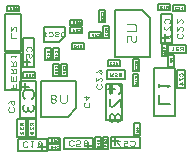
<source format=gbr>
%FSLAX35Y35*%
%MOIN*%
G04 EasyPC Gerber Version 18.0.9 Build 3640 *
%ADD17C,0.00100*%
%ADD126C,0.00118*%
%ADD26C,0.00200*%
%ADD96C,0.00300*%
%ADD125C,0.00315*%
%ADD124C,0.00354*%
%ADD10C,0.00500*%
X0Y0D02*
D02*
D10*
X1175Y49556D02*
Y47656D01*
X5175*
Y49556*
X1175*
X4637Y5650D02*
X7437D01*
Y11650*
X4637*
Y5650*
X5387Y12100D02*
X10687D01*
Y24400*
X5387*
Y12100*
X5887Y22600D02*
X8387D01*
X5907Y33896D02*
X607D01*
Y21596*
X5907*
Y33896*
X5917Y46856D02*
X617D01*
Y34556*
X5917*
Y46856*
X6437Y29139D02*
X10237D01*
Y38739*
X6437*
Y29139*
Y30639D02*
X8937D01*
X6637Y27350D02*
Y25450D01*
X10637*
Y27350*
X6637*
X7137Y21350D02*
Y23850D01*
X7687Y29389D02*
Y31889D01*
X8037Y5650D02*
X10837D01*
Y11650*
X8037*
Y5650*
X9574Y18475D02*
X9887Y18787D01*
X10199Y19413*
Y20350*
X9887Y20975*
X9574Y21287*
X8949Y21600*
X7699*
X7074Y21287*
X6761Y20975*
X6449Y20350*
Y19413*
X6761Y18787*
X7074Y18475*
X9887Y16287D02*
X10199Y15663D01*
Y15037*
X9887Y14413*
X9261Y14100*
X8637Y14413*
X8324Y15037*
Y15663*
Y15037D02*
X8011Y14413D01*
X7387Y14100*
X6761Y14413*
X6449Y15037*
Y15663*
X6761Y16287*
X12887Y1250D02*
Y3750D01*
X14137Y2500D02*
X11637D01*
X14387Y1250D02*
Y5050D01*
X4787*
Y1250*
X14387*
X14886Y5587D02*
Y3687D01*
X18886*
Y5587*
X14886*
X14945Y3350D02*
Y1450D01*
X18945*
Y3350*
X14945*
X15737Y35350D02*
X13837D01*
Y31350*
X15737*
Y35350*
X16537Y26160D02*
X18437D01*
Y30160*
X16537*
Y26160*
X18537Y35350D02*
X16637D01*
Y31350*
X18537*
Y35350*
X19237Y26150D02*
X21137D01*
Y30150*
X19237*
Y26150*
X20337Y42450D02*
X13644D01*
Y37332*
X18368*
X20337Y39300*
Y42450*
X22120Y42333D02*
Y40433D01*
X26120*
Y42333*
X22120*
X22169Y44882D02*
Y42982D01*
X26169*
Y44882*
X22169*
X24238Y24380D02*
X12427D01*
Y12569*
X21384*
X24238Y15423*
Y24380*
X26837Y35050D02*
Y36950D01*
X22837*
Y35050*
X26837*
X28287Y1650D02*
Y4150D01*
X28437Y40650D02*
Y38750D01*
X32437*
Y40650*
X28437*
X29537Y2900D02*
X27037D01*
X29787Y1650D02*
Y5450D01*
X20187*
Y1650*
X29787*
X31937Y43950D02*
X33837D01*
Y47950*
X31937*
Y43950*
X32437Y5709D02*
X30537D01*
Y1709*
X32437*
Y5709*
X33037Y1770D02*
X34937D01*
Y5770*
X33037*
Y1770*
X33237Y38750D02*
X35137D01*
Y42750*
X33237*
Y38750*
X34287Y11300D02*
X39587D01*
Y23600*
X34287*
Y11300*
X34787Y21800D02*
X37287D01*
X35787Y5750D02*
Y1950D01*
X45387*
Y5750*
X35787*
X36037Y4500D02*
X38537D01*
X36037Y20550D02*
Y23050D01*
X37137Y48150D02*
Y32402D01*
X48948*
Y45394*
X46192Y48150*
X37137*
X37287Y5750D02*
Y3250D01*
X38737Y29450D02*
Y31350D01*
X34737*
Y29450*
X38737*
X38474Y20175D02*
X38787Y20487D01*
X39099Y21113*
Y22050*
X38787Y22675*
X38474Y22987*
X37849Y23300*
X36599*
X35974Y22987*
X35661Y22675*
X35349Y22050*
Y21113*
X35661Y20487*
X35974Y20175*
X39099Y15800D02*
Y18300D01*
X36911Y16113*
X36287Y15800*
X35661Y16113*
X35349Y16737*
Y17675*
X35661Y18300*
X37224Y12363D02*
Y11737D01*
X36911Y11113*
X36287Y10800*
X35661Y11113*
X35349Y11737*
Y12363*
X35661Y12987*
X36287Y13300*
X36911Y12987*
X37224Y12363*
X37537Y12987*
X38161Y13300*
X38787Y12987*
X39099Y12363*
Y11737*
X38787Y11113*
X38161Y10800*
X37537Y11113*
X37224Y11737*
X40397Y25150D02*
Y27950D01*
X34397*
Y25150*
X40397*
X45000Y26904D02*
X43100D01*
Y22904*
X45000*
Y26904*
X45108Y31864D02*
X43208D01*
Y27864*
X45108*
Y31864*
X45537Y10350D02*
X43637D01*
Y6350*
X45537*
Y10350*
X55424Y16650D02*
X51674D01*
Y19775*
Y22275D02*
Y23525D01*
Y22900D02*
X55424D01*
X54799Y22275*
X51337Y49950D02*
Y48050D01*
X55337*
Y49950*
X51337*
X52512Y37200D02*
X56312D01*
Y46800*
X52512*
Y37200*
Y38700D02*
X55012D01*
X53762Y37450D02*
Y39950D01*
X54587Y36756D02*
X52687D01*
Y32756*
X54587*
Y36756*
X54837Y29250D02*
X56737D01*
Y33250*
X54837*
Y29250*
X54867Y36550D02*
Y33750D01*
X60867*
Y36550*
X54867*
X57237Y28650D02*
Y12650D01*
X50237*
Y28650*
X57237*
X57837Y22050D02*
X60637D01*
Y28050*
X57837*
Y22050*
X60537Y47850D02*
Y49750D01*
X56537*
Y47850*
X60537*
D02*
D17*
X3950Y48368D02*
X4013Y48306D01*
X4138Y48243*
X4325*
X4450Y48306*
X4513Y48368*
X4575Y48493*
Y48743*
X4513Y48868*
X4450Y48931*
X4325Y48993*
X4138*
X4013Y48931*
X3950Y48868*
X3575Y48306D02*
X3450Y48243D01*
X3263*
X3138Y48306*
X3075Y48431*
Y48493*
X3138Y48618*
X3263Y48681*
X3575*
Y48993*
X3075*
X2263Y48243D02*
Y48993D01*
X2575Y48493*
X2075*
X10037Y26037D02*
Y26787D01*
X9599*
X9474Y26725*
X9411Y26600*
X9474Y26475*
X9599Y26413*
X10037*
X9599D02*
X9411Y26037D01*
X8974Y26100D02*
X8849Y26037D01*
X8724*
X8599Y26100*
X8537Y26225*
X8599Y26350*
X8724Y26413*
X8849*
X8724D02*
X8599Y26475D01*
X8537Y26600*
X8599Y26725*
X8724Y26787*
X8849*
X8974Y26725*
X7974Y26100D02*
X7849Y26037D01*
X7724*
X7599Y26100*
X7537Y26225*
X7599Y26350*
X7724Y26413*
X7849*
X7724D02*
X7599Y26475D01*
X7537Y26600*
X7599Y26725*
X7724Y26787*
X7849*
X7974Y26725*
X14549Y32575D02*
X14487Y32513D01*
X14424Y32387*
Y32200*
X14487Y32075*
X14549Y32013*
X14674Y31950*
X14924*
X15049Y32013*
X15112Y32075*
X15174Y32200*
Y32387*
X15112Y32513*
X15049Y32575*
X14424Y33263D02*
X15174D01*
X14674Y32950*
Y33450*
X14487Y34013D02*
X14424Y34137D01*
Y34263*
X14487Y34387*
X14612Y34450*
X14737Y34387*
X14799Y34263*
Y34137*
Y34263D02*
X14862Y34387D01*
X14987Y34450*
X15112Y34387*
X15174Y34263*
Y34137*
X15112Y34013*
X17661Y4399D02*
X17723Y4337D01*
X17848Y4274*
X18036*
X18161Y4337*
X18223Y4399*
X18286Y4524*
Y4774*
X18223Y4899*
X18161Y4962*
X18036Y5024*
X17848*
X17723Y4962*
X17661Y4899*
X16973Y4274D02*
Y5024D01*
X17286Y4524*
X16786*
X16098Y4649D02*
X15973D01*
X15848Y4712*
X15786Y4837*
X15848Y4962*
X15973Y5024*
X16098*
X16223Y4962*
X16286Y4837*
X16223Y4712*
X16098Y4649*
X16223Y4587*
X16286Y4462*
X16223Y4337*
X16098Y4274*
X15973*
X15848Y4337*
X15786Y4462*
X15848Y4587*
X15973Y4649*
X17720Y2163D02*
X17782Y2100D01*
X17907Y2037*
X18095*
X18220Y2100*
X18282Y2163*
X18345Y2287*
Y2537*
X18282Y2663*
X18220Y2725*
X18095Y2787*
X17907*
X17782Y2725*
X17720Y2663*
X17032Y2037D02*
Y2787D01*
X17345Y2287*
X16845*
X16157Y2037D02*
X16032Y2100D01*
X15907Y2225*
X15845Y2413*
Y2600*
X15907Y2725*
X16032Y2787*
X16157*
X16282Y2725*
X16345Y2600*
X16282Y2475*
X16157Y2413*
X16032*
X15907Y2475*
X15845Y2600*
X17349Y32575D02*
X17287Y32513D01*
X17224Y32387*
Y32200*
X17287Y32075*
X17349Y32013*
X17474Y31950*
X17724*
X17849Y32013*
X17912Y32075*
X17974Y32200*
Y32387*
X17912Y32513*
X17849Y32575*
X17224Y33263D02*
X17974D01*
X17474Y32950*
Y33450*
X17224Y34450D02*
Y33950D01*
X17662Y34387*
X17787Y34450*
X17912Y34387*
X17974Y34263*
Y34075*
X17912Y33950*
X17724Y28935D02*
X17787Y28997D01*
X17849Y29122*
Y29310*
X17787Y29435*
X17724Y29497*
X17599Y29560*
X17349*
X17224Y29497*
X17161Y29435*
X17099Y29310*
Y29122*
X17161Y28997*
X17224Y28935*
X17787Y28497D02*
X17849Y28372D01*
Y28247*
X17787Y28122*
X17661Y28060*
X17537Y28122*
X17474Y28247*
Y28372*
Y28247D02*
X17411Y28122D01*
X17287Y28060*
X17161Y28122*
X17099Y28247*
Y28372*
X17161Y28497*
X17661Y27560D02*
X17537Y27497D01*
X17474Y27372*
Y27247*
X17537Y27122*
X17661Y27060*
X17787Y27122*
X17849Y27247*
Y27372*
X17787Y27497*
X17661Y27560*
X17474*
X17287Y27497*
X17161Y27372*
X17099Y27247*
X20424Y28925D02*
X20487Y28987D01*
X20549Y29113*
Y29300*
X20487Y29425*
X20424Y29487*
X20299Y29550*
X20049*
X19924Y29487*
X19861Y29425*
X19799Y29300*
Y29113*
X19861Y28987*
X19924Y28925*
X20487Y28487D02*
X20549Y28363D01*
Y28237*
X20487Y28113*
X20361Y28050*
X20237Y28113*
X20174Y28237*
Y28363*
Y28237D02*
X20111Y28113D01*
X19987Y28050*
X19861Y28113*
X19799Y28237*
Y28363*
X19861Y28487*
X20549Y27550D02*
X19799Y27050D01*
Y27550*
X24895Y41145D02*
X24957Y41083D01*
X25083Y41020*
X25270*
X25395Y41083*
X25457Y41145*
X25520Y41270*
Y41520*
X25457Y41645*
X25395Y41708*
X25270Y41770*
X25083*
X24957Y41708*
X24895Y41645*
X24520Y41083D02*
X24395Y41020D01*
X24207*
X24083Y41083*
X24020Y41208*
Y41270*
X24083Y41395*
X24207Y41458*
X24520*
Y41770*
X24020*
X23520Y41208D02*
X23457Y41333D01*
X23333Y41395*
X23207*
X23083Y41333*
X23020Y41208*
X23083Y41083*
X23207Y41020*
X23333*
X23457Y41083*
X23520Y41208*
Y41395*
X23457Y41583*
X23333Y41708*
X23207Y41770*
X24944Y43694D02*
X25007Y43632D01*
X25132Y43569*
X25319*
X25444Y43632*
X25507Y43694*
X25569Y43819*
Y44069*
X25507Y44194*
X25444Y44257*
X25319Y44319*
X25132*
X25007Y44257*
X24944Y44194*
X24569Y43632D02*
X24444Y43569D01*
X24257*
X24132Y43632*
X24069Y43757*
Y43819*
X24132Y43944*
X24257Y44007*
X24569*
Y44319*
X24069*
X23569Y43632D02*
X23444Y43569D01*
X23257*
X23132Y43632*
X23069Y43757*
Y43819*
X23132Y43944*
X23257Y44007*
X23569*
Y44319*
X23069*
X24062Y36237D02*
X23999Y36300D01*
X23874Y36363*
X23687*
X23562Y36300*
X23499Y36237*
X23437Y36113*
Y35863*
X23499Y35737*
X23562Y35675*
X23687Y35613*
X23874*
X23999Y35675*
X24062Y35737*
X24749Y36363D02*
Y35613D01*
X24437Y36113*
X24937*
X25437Y36175D02*
X25499Y36050D01*
X25624Y35987*
X25749*
X25874Y36050*
X25937Y36175*
X25874Y36300*
X25749Y36363*
X25624*
X25499Y36300*
X25437Y36175*
Y35987*
X25499Y35800*
X25624Y35675*
X25749Y35613*
X31211Y39463D02*
X31274Y39400D01*
X31399Y39337*
X31587*
X31711Y39400*
X31774Y39463*
X31837Y39587*
Y39837*
X31774Y39963*
X31711Y40025*
X31587Y40087*
X31399*
X31274Y40025*
X31211Y39963*
X30524Y39337D02*
Y40087D01*
X30837Y39587*
X30337*
X29837Y39337D02*
X29337Y40087D01*
X29837*
X31124Y2309D02*
X31874D01*
Y2746*
X31812Y2872*
X31687Y2934*
X31562Y2872*
X31499Y2746*
Y2309*
Y2746D02*
X31124Y2934D01*
Y3622D02*
X31874D01*
X31374Y3309*
Y3809*
X31187Y4372D02*
X31124Y4496D01*
Y4622*
X31187Y4746*
X31312Y4809*
X31437Y4746*
X31499Y4622*
Y4496*
Y4622D02*
X31562Y4746D01*
X31687Y4809*
X31812Y4746*
X31874Y4622*
Y4496*
X31812Y4372*
X33124Y46725D02*
X33187Y46787D01*
X33249Y46913*
Y47100*
X33187Y47225*
X33124Y47287*
X32999Y47350*
X32749*
X32624Y47287*
X32561Y47225*
X32499Y47100*
Y46913*
X32561Y46787*
X32624Y46725*
X33249Y45850D02*
Y46350D01*
X32811Y45913*
X32687Y45850*
X32561Y45913*
X32499Y46037*
Y46225*
X32561Y46350*
X33187Y45287D02*
X33249Y45163D01*
Y45037*
X33187Y44913*
X33061Y44850*
X32937Y44913*
X32874Y45037*
Y45163*
Y45037D02*
X32811Y44913D01*
X32687Y44850*
X32561Y44913*
X32499Y45037*
Y45163*
X32561Y45287*
X34224Y4544D02*
X34287Y4607D01*
X34349Y4732*
Y4920*
X34287Y5044*
X34224Y5107*
X34099Y5170*
X33849*
X33724Y5107*
X33661Y5044*
X33599Y4920*
Y4732*
X33661Y4607*
X33724Y4544*
X34287Y4170D02*
X34349Y4044D01*
Y3857*
X34287Y3732*
X34161Y3670*
X34099*
X33974Y3732*
X33911Y3857*
Y4170*
X33599*
Y3670*
X34349Y2982D02*
X34287Y2857D01*
X34161Y2732*
X33974Y2670*
X33787*
X33661Y2732*
X33599Y2857*
Y2982*
X33661Y3107*
X33787Y3170*
X33911Y3107*
X33974Y2982*
Y2857*
X33911Y2732*
X33787Y2670*
X34549Y42150D02*
X33799D01*
Y41713*
X33861Y41587*
X33987Y41525*
X34111Y41587*
X34174Y41713*
Y42150*
Y41713D02*
X34549Y41525D01*
Y41025D02*
Y40775D01*
Y40900D02*
X33799D01*
X33924Y41025*
X34549Y40025D02*
Y39775D01*
Y39900D02*
X33799D01*
X33924Y40025*
X35962Y30637D02*
X35899Y30700D01*
X35774Y30763*
X35587*
X35462Y30700*
X35399Y30637*
X35337Y30513*
Y30263*
X35399Y30137*
X35462Y30075*
X35587Y30013*
X35774*
X35899Y30075*
X35962Y30137*
X36837Y30763D02*
X36337D01*
X36774Y30325*
X36837Y30200*
X36774Y30075*
X36649Y30013*
X36462*
X36337Y30075*
X37337Y30763D02*
X37837Y30013D01*
X37337*
X43687Y23504D02*
X44437D01*
Y23941*
X44375Y24066*
X44250Y24129*
X44125Y24066*
X44063Y23941*
Y23504*
Y23941D02*
X43687Y24129D01*
Y24629D02*
Y24879D01*
Y24754D02*
X44437D01*
X44313Y24629*
X43750Y25566D02*
X43687Y25691D01*
Y25816*
X43750Y25941*
X43875Y26004*
X44000Y25941*
X44063Y25816*
Y25691*
Y25816D02*
X44125Y25941D01*
X44250Y26004*
X44375Y25941*
X44437Y25816*
Y25691*
X44375Y25566*
X43921Y29089D02*
X43858Y29027D01*
X43796Y28902*
Y28714*
X43858Y28589*
X43921Y28527*
X44046Y28464*
X44296*
X44421Y28527*
X44483Y28589*
X44546Y28714*
Y28902*
X44483Y29027*
X44421Y29089*
X43796Y29964D02*
Y29464D01*
X44233Y29902*
X44358Y29964*
X44483Y29902*
X44546Y29777*
Y29589*
X44483Y29464*
X43858Y30464D02*
X43796Y30589D01*
Y30777*
X43858Y30902*
X43983Y30964*
X44046*
X44171Y30902*
X44233Y30777*
Y30464*
X44546*
Y30964*
X44225Y7450D02*
X44975D01*
Y7887*
X44913Y8013*
X44787Y8075*
X44663Y8013*
X44600Y7887*
Y7450*
Y7887D02*
X44225Y8075D01*
Y8763D02*
X44975D01*
X44475Y8450*
Y8950*
X53399Y33981D02*
X53337Y33919D01*
X53274Y33793*
Y33606*
X53337Y33481*
X53399Y33419*
X53524Y33356*
X53774*
X53899Y33419*
X53962Y33481*
X54024Y33606*
Y33793*
X53962Y33919*
X53899Y33981*
X53274Y34856D02*
Y34356D01*
X53712Y34793*
X53837Y34856*
X53962Y34793*
X54024Y34669*
Y34481*
X53962Y34356*
X53462Y35356D02*
X53587Y35419D01*
X53649Y35543*
Y35669*
X53587Y35793*
X53462Y35856*
X53337Y35793*
X53274Y35669*
Y35543*
X53337Y35419*
X53462Y35356*
X53649*
X53837Y35419*
X53962Y35543*
X54024Y35669*
X54737Y48637D02*
Y49387D01*
X54299*
X54174Y49325*
X54111Y49200*
X54174Y49075*
X54299Y49013*
X54737*
X54299D02*
X54111Y48637D01*
X53611D02*
X53361D01*
X53487D02*
Y49387D01*
X53611Y49263*
X52237Y48637D02*
X52737D01*
X52299Y49075*
X52237Y49200*
X52299Y49325*
X52424Y49387*
X52611*
X52737Y49325*
X56149Y32150D02*
X55399D01*
Y31713*
X55461Y31587*
X55587Y31525*
X55711Y31587*
X55774Y31713*
Y32150*
Y31713D02*
X56149Y31525D01*
Y31150D02*
X55399Y30650D01*
Y31150*
X57762Y49037D02*
X57699Y49100D01*
X57574Y49163*
X57387*
X57262Y49100*
X57199Y49037*
X57137Y48913*
Y48663*
X57199Y48537*
X57262Y48475*
X57387Y48413*
X57574*
X57699Y48475*
X57762Y48537*
X58637Y49163D02*
X58137D01*
X58574Y48725*
X58637Y48600*
X58574Y48475*
X58449Y48413*
X58262*
X58137Y48475*
X59449Y49163D02*
Y48413D01*
X59137Y48913*
X59637*
D02*
D26*
X6556Y10600D02*
X5430D01*
Y9944*
X5524Y9756*
X5711Y9663*
X5899Y9756*
X5993Y9944*
Y10600*
Y9944D02*
X6556Y9663D01*
X6461Y9006D02*
X6556Y8819D01*
Y8631*
X6461Y8444*
X6274Y8350*
X6087Y8444*
X5993Y8631*
Y8819*
Y8631D02*
X5899Y8444D01*
X5711Y8350*
X5524Y8444*
X5430Y8631*
Y8819*
X5524Y9006*
X6556Y6850D02*
Y7600D01*
X5899Y6944*
X5711Y6850*
X5524Y6944*
X5430Y7131*
Y7413*
X5524Y7600*
X9956Y10600D02*
X8830D01*
Y9944*
X8924Y9756*
X9111Y9663*
X9299Y9756*
X9393Y9944*
Y10600*
Y9944D02*
X9956Y9663D01*
Y8350D02*
Y9100D01*
X9299Y8444*
X9111Y8350*
X8924Y8444*
X8830Y8631*
Y8913*
X8924Y9100*
X9956Y7319D02*
X9861Y7131D01*
X9674Y6944*
X9393Y6850*
X9111*
X8924Y6944*
X8830Y7131*
Y7319*
X8924Y7506*
X9111Y7600*
X9299Y7506*
X9393Y7319*
Y7131*
X9299Y6944*
X9111Y6850*
X35447Y27069D02*
Y25944D01*
X36104*
X36291Y26037*
X36385Y26225*
X36291Y26413*
X36104Y26506*
X35447*
X36104D02*
X36385Y27069D01*
X37041Y26975D02*
X37228Y27069D01*
X37416*
X37604Y26975*
X37697Y26787*
X37604Y26600*
X37416Y26506*
X37228*
X37416D02*
X37604Y26413D01*
X37697Y26225*
X37604Y26037*
X37416Y25944*
X37228*
X37041Y26037*
X38541Y26975D02*
X38728Y27069D01*
X38916*
X39104Y26975*
X39197Y26787*
Y26225*
X39104Y26037*
X38916Y25944*
X38728*
X38541Y26037*
X38447Y26225*
Y26787*
X38541Y26975*
X39104Y26037*
X59817Y34631D02*
Y35756D01*
X59160*
X58973Y35663*
X58879Y35475*
X58973Y35287*
X59160Y35194*
X59817*
X59160D02*
X58879Y34631D01*
X58223Y34725D02*
X58035Y34631D01*
X57848*
X57660Y34725*
X57567Y34913*
X57660Y35100*
X57848Y35194*
X58035*
X57848D02*
X57660Y35287D01*
X57567Y35475*
X57660Y35663*
X57848Y35756*
X58035*
X58223Y35663*
X56629Y34631D02*
X56254D01*
X56441D02*
Y35756D01*
X56629Y35569*
X59568Y26063D02*
X59661Y26156D01*
X59756Y26344*
Y26625*
X59661Y26813*
X59568Y26906*
X59380Y27000*
X59006*
X58818Y26906*
X58724Y26813*
X58630Y26625*
Y26344*
X58724Y26156*
X58818Y26063*
X59756Y25500D02*
X58630Y24750D01*
Y25500*
X59756Y23531D02*
X58630D01*
X59380Y24000*
Y23250*
D02*
D96*
X1947Y15650D02*
X1791Y15493D01*
X1635Y15181*
Y14712*
X1791Y14400*
X1947Y14243*
X2260Y14087*
X2885*
X3197Y14243*
X3354Y14400*
X3510Y14712*
Y15181*
X3354Y15493*
X3197Y15650*
X1635Y17056D02*
X1791Y17368D01*
X2104Y17681*
X2572Y17837*
X3041*
X3354Y17681*
X3510Y17368*
Y17056*
X3354Y16743*
X3041Y16587*
X2729Y16743*
X2572Y17056*
Y17368*
X2729Y17681*
X3041Y17837*
X2376Y21996D02*
X4250D01*
Y23559*
X3313Y23246D02*
Y21996D01*
X2376Y24496D02*
X4250D01*
Y26059*
X3313Y25746D02*
Y24496D01*
X2376D02*
Y26059D01*
Y26996D02*
X4250D01*
Y28090*
X4094Y28402*
X3782Y28559*
X3469Y28402*
X3313Y28090*
Y26996*
Y28090D02*
X2376Y28559D01*
Y29496D02*
X4250D01*
Y30590*
X4094Y30902*
X3782Y31059*
X3469Y30902*
X3313Y30590*
Y29496*
Y30590D02*
X2376Y31059D01*
Y32309D02*
Y32933D01*
Y32621D02*
X4250D01*
X3938Y32309*
X4261Y38706D02*
X2386D01*
Y40269*
Y42456D02*
Y41206D01*
X3480Y42300*
X3792Y42456*
X4104Y42300*
X4261Y41987*
Y41519*
X4104Y41206*
X9156Y34327D02*
X9311Y34483D01*
X9468Y34796*
Y35264*
X9311Y35577*
X9156Y35733*
X8843Y35889*
X8218*
X7906Y35733*
X7749Y35577*
X7593Y35264*
Y34796*
X7749Y34483*
X7906Y34327*
X9311Y33389D02*
X9468Y33077D01*
Y32608*
X9311Y32296*
X8999Y32139*
X8843*
X8530Y32296*
X8374Y32608*
Y33389*
X7593*
Y32139*
X7949Y3969D02*
X7793Y4125D01*
X7480Y4281*
X7012*
X6699Y4125*
X6543Y3969*
X6387Y3656*
Y3031*
X6543Y2719*
X6699Y2563*
X7012Y2406*
X7480*
X7793Y2563*
X7949Y2719*
X9199Y4281D02*
X9824D01*
X9512D02*
Y2406D01*
X9199Y2719*
X11543Y4125D02*
X11856Y4281D01*
X12168*
X12480Y4125*
X12637Y3813*
Y2875*
X12480Y2563*
X12168Y2406*
X11856*
X11543Y2563*
X11387Y2875*
Y3813*
X11543Y4125*
X12480Y2563*
X23349Y4369D02*
X23193Y4525D01*
X22880Y4681*
X22412*
X22099Y4525*
X21943Y4369*
X21787Y4056*
Y3431*
X21943Y3119*
X22099Y2963*
X22412Y2806*
X22880*
X23193Y2963*
X23349Y3119*
X24287Y4525D02*
X24599Y4681D01*
X25068*
X25380Y4525*
X25537Y4213*
Y4056*
X25380Y3744*
X25068Y3587*
X24287*
Y2806*
X25537*
X27256Y3744D02*
X27568D01*
X27880Y3587*
X28037Y3275*
X27880Y2963*
X27568Y2806*
X27256*
X26943Y2963*
X26787Y3275*
X26943Y3587*
X27256Y3744*
X26943Y3900*
X26787Y4213*
X26943Y4525*
X27256Y4681*
X27568*
X27880Y4525*
X28037Y4213*
X27880Y3900*
X27568Y3744*
X27100Y17230D02*
X26944Y17074D01*
X26788Y16761*
Y16293*
X26944Y15980*
X27100Y15824*
X27413Y15667*
X28038*
X28350Y15824*
X28506Y15980*
X28663Y16293*
Y16761*
X28506Y17074*
X28350Y17230*
X26788Y18948D02*
X28663D01*
X27413Y18167*
Y19417*
X31244Y23363D02*
X31088Y23206D01*
X30931Y22894*
Y22425*
X31088Y22113*
X31244Y21956*
X31556Y21800*
X32181*
X32494Y21956*
X32650Y22113*
X32806Y22425*
Y22894*
X32650Y23206*
X32494Y23363*
X30931Y25550D02*
Y24300D01*
X32025Y25394*
X32338Y25550*
X32650Y25394*
X32806Y25081*
Y24613*
X32650Y24300*
X30931Y27269D02*
X31088Y27581D01*
X31400Y27894*
X31869Y28050*
X32338*
X32650Y27894*
X32806Y27581*
Y27269*
X32650Y26956*
X32338Y26800*
X32025Y26956*
X31869Y27269*
Y27581*
X32025Y27894*
X32338Y28050*
X42224Y3031D02*
X42380Y2875D01*
X42693Y2719*
X43161*
X43474Y2875*
X43630Y3031*
X43787Y3344*
Y3969*
X43630Y4281*
X43474Y4437*
X43161Y4594*
X42693*
X42380Y4437*
X42224Y4281*
X41287Y2875D02*
X40974Y2719D01*
X40506*
X40193Y2875*
X40037Y3187*
Y3344*
X40193Y3656*
X40506Y3813*
X41287*
Y4594*
X40037*
X38787Y2719D02*
X37537Y4594D01*
X38787*
X55231Y43637D02*
X55387Y43794D01*
X55543Y44106*
Y44575*
X55387Y44887*
X55231Y45044*
X54918Y45200*
X54293*
X53981Y45044*
X53824Y44887*
X53668Y44575*
Y44106*
X53824Y43794*
X53981Y43637*
X55543Y41450D02*
Y42700D01*
X54449Y41606*
X54137Y41450*
X53824Y41606*
X53668Y41919*
Y42387*
X53824Y42700*
X55543Y39887D02*
Y39263D01*
Y39575D02*
X53668D01*
X53981Y39887*
X58118Y40263D02*
X57962Y40106D01*
X57806Y39794*
Y39325*
X57962Y39013*
X58118Y38856*
X58430Y38700*
X59056*
X59368Y38856*
X59524Y39013*
X59680Y39325*
Y39794*
X59524Y40106*
X59368Y40263*
X57806Y42450D02*
Y41200D01*
X58899Y42294*
X59212Y42450*
X59524Y42294*
X59680Y41981*
Y41513*
X59524Y41200*
X57806Y44950D02*
Y43700D01*
X58899Y44794*
X59212Y44950*
X59524Y44794*
X59680Y44481*
Y44013*
X59524Y43700*
D02*
D124*
X41320Y43426D02*
X43534D01*
X44026Y43180*
X44272Y42687*
Y41703*
X44026Y41211*
X43534Y40965*
X41320*
X44026Y39489D02*
X44272Y38996D01*
Y38258*
X44026Y37766*
X43534Y37520*
X43288*
X42796Y37766*
X42550Y38258*
Y39489*
X41320*
Y37520*
D02*
D125*
X21089Y19828D02*
Y17835D01*
X20867Y17392*
X20424Y17170*
X19538*
X19095Y17392*
X18874Y17835*
Y19828*
X16881Y18499D02*
X16438D01*
X15995Y18720*
X15774Y19163*
X15995Y19606*
X16438Y19828*
X16881*
X17324Y19606*
X17545Y19163*
X17324Y18720*
X16881Y18499*
X17324Y18278*
X17545Y17835*
X17324Y17392*
X16881Y17170*
X16438*
X15995Y17392*
X15774Y17835*
X15995Y18278*
X16438Y18499*
D02*
D126*
X20337Y39768D02*
Y40260D01*
X20213Y40506*
X20091Y40629*
X19844Y40752*
X19598*
X19352Y40629*
X19229Y40506*
X19106Y40260*
Y39768*
X19229Y39522*
X19352Y39399*
X19598Y39276*
X19844*
X20091Y39399*
X20213Y39522*
X20337Y39768*
X18368Y39645D02*
X18245Y39399D01*
X17999Y39276*
X17507*
X17261Y39399*
X17138Y39645*
X17261Y39891*
X17507Y40014*
X17999*
X18245Y40137*
X18368Y40383*
X18245Y40629*
X17999Y40752*
X17507*
X17261Y40629*
X17138Y40383*
X15169Y39522D02*
X15292Y39399D01*
X15538Y39276*
X15907*
X16154Y39399*
X16276Y39522*
X16400Y39768*
Y40260*
X16276Y40506*
X16154Y40629*
X15907Y40752*
X15538*
X15292Y40629*
X15169Y40506*
X14185Y39276D02*
X13693D01*
X13939D02*
Y40752D01*
X14185Y40506*
X0Y0D02*
M02*

</source>
